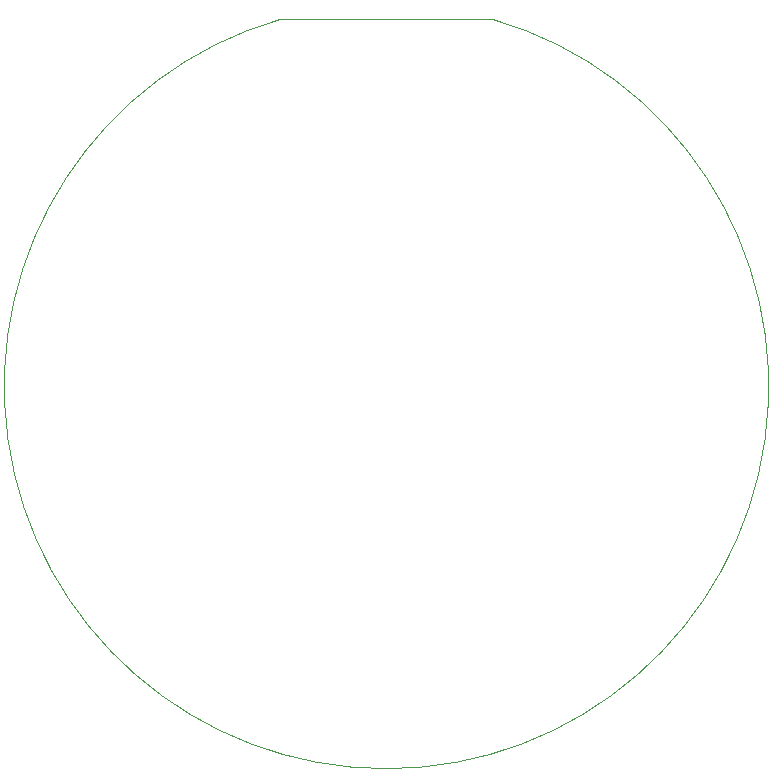
<source format=gbr>
%TF.GenerationSoftware,KiCad,Pcbnew,(6.0.1)*%
%TF.CreationDate,2022-02-03T04:09:52+01:00*%
%TF.ProjectId,ESP8266_12F_BASIC,45535038-3236-4365-9f31-32465f424153,rev?*%
%TF.SameCoordinates,Original*%
%TF.FileFunction,Profile,NP*%
%FSLAX46Y46*%
G04 Gerber Fmt 4.6, Leading zero omitted, Abs format (unit mm)*
G04 Created by KiCad (PCBNEW (6.0.1)) date 2022-02-03 04:09:52*
%MOMM*%
%LPD*%
G01*
G04 APERTURE LIST*
%TA.AperFunction,Profile*%
%ADD10C,0.100000*%
%TD*%
G04 APERTURE END LIST*
D10*
X143510000Y-70485000D02*
X161290000Y-70485000D01*
X143510000Y-70485000D02*
G75*
G03*
X161290000Y-70485000I8890000J-31115000D01*
G01*
M02*

</source>
